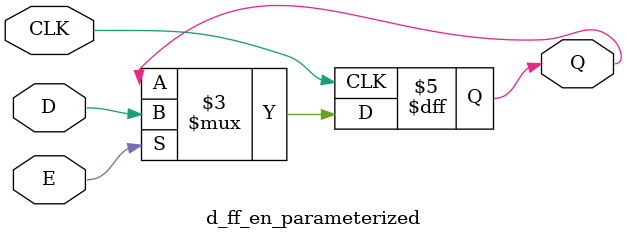
<source format=v>
module d_ff_en_parameterized #
  (
    parameter WIDTH = 1,
    parameter INIT = 0
  )
  (
    input wire CLK,
    input wire E,
    input wire [WIDTH-1:0] D,
    output reg [WIDTH-1:0] Q
  );

  always @(posedge CLK) begin
    if (E) begin
      Q <= D;
    end
  end

  initial begin
    Q <= INIT;
  end

endmodule
</source>
